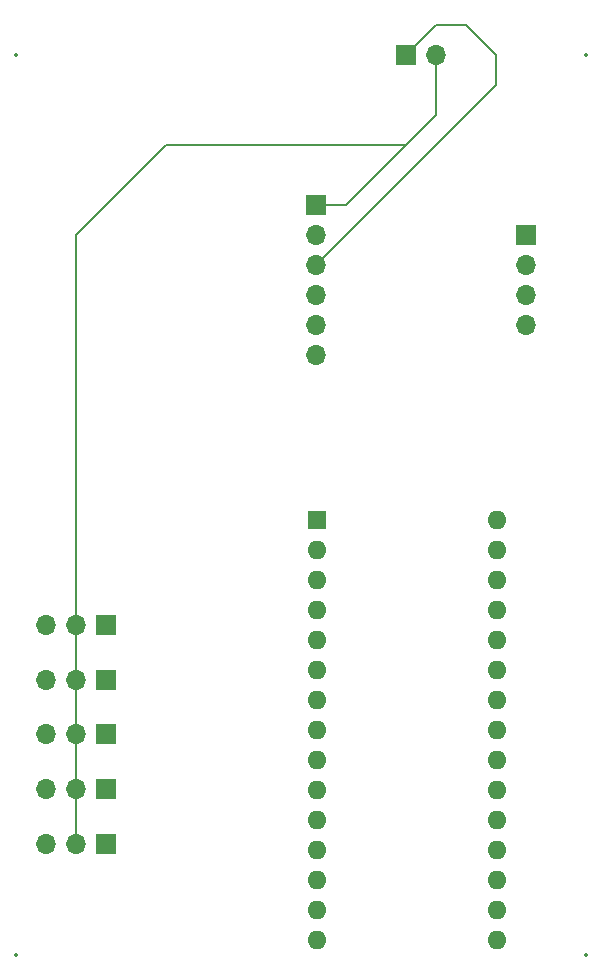
<source format=gbl>
%TF.GenerationSoftware,KiCad,Pcbnew,8.0.4-8.0.4-0~ubuntu22.04.1*%
%TF.CreationDate,2024-08-11T20:10:20+02:00*%
%TF.ProjectId,PlaneController,506c616e-6543-46f6-9e74-726f6c6c6572,rev?*%
%TF.SameCoordinates,Original*%
%TF.FileFunction,Copper,L2,Bot*%
%TF.FilePolarity,Positive*%
%FSLAX46Y46*%
G04 Gerber Fmt 4.6, Leading zero omitted, Abs format (unit mm)*
G04 Created by KiCad (PCBNEW 8.0.4-8.0.4-0~ubuntu22.04.1) date 2024-08-11 20:10:20*
%MOMM*%
%LPD*%
G01*
G04 APERTURE LIST*
%TA.AperFunction,ComponentPad*%
%ADD10R,1.600000X1.600000*%
%TD*%
%TA.AperFunction,ComponentPad*%
%ADD11O,1.600000X1.600000*%
%TD*%
%TA.AperFunction,ComponentPad*%
%ADD12R,1.700000X1.700000*%
%TD*%
%TA.AperFunction,ComponentPad*%
%ADD13O,1.700000X1.700000*%
%TD*%
%TA.AperFunction,Conductor*%
%ADD14C,0.200000*%
%TD*%
%ADD15C,0.350000*%
G04 APERTURE END LIST*
D10*
%TO.P,A1,1,TX1*%
%TO.N,unconnected-(A1-TX1-Pad1)*%
X104150000Y-72390000D03*
D11*
%TO.P,A1,2,RX1*%
%TO.N,unconnected-(A1-RX1-Pad2)*%
X104150000Y-74930000D03*
%TO.P,A1,3,~{RESET}*%
%TO.N,unconnected-(A1-~{RESET}-Pad3)*%
X104150000Y-77470000D03*
%TO.P,A1,4,GND*%
%TO.N,Net-(J1-Pin_3)*%
X104150000Y-80010000D03*
%TO.P,A1,5,D2*%
%TO.N,Net-(A1-D2)*%
X104150000Y-82550000D03*
%TO.P,A1,6,D3*%
%TO.N,Net-(A1-D3)*%
X104150000Y-85090000D03*
%TO.P,A1,7,D4*%
%TO.N,Net-(A1-D4)*%
X104150000Y-87630000D03*
%TO.P,A1,8,D5*%
%TO.N,Net-(A1-D5)*%
X104150000Y-90170000D03*
%TO.P,A1,9,D6*%
%TO.N,Net-(A1-D6)*%
X104150000Y-92710000D03*
%TO.P,A1,10,D7*%
%TO.N,unconnected-(A1-D7-Pad10)*%
X104150000Y-95250000D03*
%TO.P,A1,11,D8*%
%TO.N,unconnected-(A1-D8-Pad11)*%
X104150000Y-97790000D03*
%TO.P,A1,12,D9*%
%TO.N,unconnected-(A1-D9-Pad12)*%
X104150000Y-100330000D03*
%TO.P,A1,13,D10*%
%TO.N,unconnected-(A1-D10-Pad13)*%
X104150000Y-102870000D03*
%TO.P,A1,14,MOSI*%
%TO.N,unconnected-(A1-MOSI-Pad14)*%
X104150000Y-105410000D03*
%TO.P,A1,15,MISO*%
%TO.N,unconnected-(A1-MISO-Pad15)*%
X104150000Y-107950000D03*
%TO.P,A1,16,SCK*%
%TO.N,unconnected-(A1-SCK-Pad16)*%
X119390000Y-107950000D03*
%TO.P,A1,17,3V3*%
%TO.N,unconnected-(A1-3V3-Pad17)*%
X119390000Y-105410000D03*
%TO.P,A1,18,AREF*%
%TO.N,unconnected-(A1-AREF-Pad18)*%
X119390000Y-102870000D03*
%TO.P,A1,19,A0*%
%TO.N,unconnected-(A1-A0-Pad19)*%
X119390000Y-100330000D03*
%TO.P,A1,20,A1*%
%TO.N,unconnected-(A1-A1-Pad20)*%
X119390000Y-97790000D03*
%TO.P,A1,21,A2*%
%TO.N,unconnected-(A1-A2-Pad21)*%
X119390000Y-95250000D03*
%TO.P,A1,22,A3*%
%TO.N,unconnected-(A1-A3-Pad22)*%
X119390000Y-92710000D03*
%TO.P,A1,23,SDA/A4*%
%TO.N,Net-(A1-SDA{slash}A4)*%
X119390000Y-90170000D03*
%TO.P,A1,24,SCL/A5*%
%TO.N,Net-(A1-SCL{slash}A5)*%
X119390000Y-87630000D03*
%TO.P,A1,25,A6*%
%TO.N,unconnected-(A1-A6-Pad25)*%
X119390000Y-85090000D03*
%TO.P,A1,26,A7*%
%TO.N,unconnected-(A1-A7-Pad26)*%
X119390000Y-82550000D03*
%TO.P,A1,27,+5V*%
%TO.N,Net-(A1-+5V)*%
X119390000Y-80010000D03*
%TO.P,A1,28,~{RESET}*%
%TO.N,unconnected-(A1-~{RESET}-Pad28)*%
X119390000Y-77470000D03*
%TO.P,A1,29,GND*%
%TO.N,Net-(J1-Pin_3)*%
X119390000Y-74930000D03*
%TO.P,A1,30,VIN*%
%TO.N,unconnected-(A1-VIN-Pad30)*%
X119390000Y-72390000D03*
%TD*%
D12*
%TO.P,J2,1,Pin_1*%
%TO.N,unconnected-(J2-Pin_1-Pad1)*%
X121920000Y-48260000D03*
D13*
%TO.P,J2,2,Pin_2*%
%TO.N,unconnected-(J2-Pin_2-Pad2)*%
X121920000Y-50800000D03*
%TO.P,J2,3,Pin_3*%
%TO.N,unconnected-(J2-Pin_3-Pad3)*%
X121920000Y-53340000D03*
%TO.P,J2,4,Pin_4*%
%TO.N,unconnected-(J2-Pin_4-Pad4)*%
X121920000Y-55880000D03*
%TD*%
D12*
%TO.P,M2,1,PWM*%
%TO.N,Net-(A1-D3)*%
X86360000Y-85930000D03*
D13*
%TO.P,M2,2,+*%
%TO.N,Net-(A1-+5V)*%
X83820000Y-85930000D03*
%TO.P,M2,3,-*%
%TO.N,Net-(J1-Pin_3)*%
X81280000Y-85930000D03*
%TD*%
D12*
%TO.P,J3,1,Pin_1*%
%TO.N,Net-(J1-Pin_3)*%
X111760000Y-33020000D03*
D13*
%TO.P,J3,2,Pin_2*%
%TO.N,Net-(A1-+5V)*%
X114300000Y-33020000D03*
%TD*%
D12*
%TO.P,M3,1,PWM*%
%TO.N,Net-(A1-D4)*%
X86360000Y-90580000D03*
D13*
%TO.P,M3,2,+*%
%TO.N,Net-(A1-+5V)*%
X83820000Y-90580000D03*
%TO.P,M3,3,-*%
%TO.N,Net-(J1-Pin_3)*%
X81280000Y-90580000D03*
%TD*%
D12*
%TO.P,M5,1,PWM*%
%TO.N,Net-(A1-D6)*%
X86360000Y-99880000D03*
D13*
%TO.P,M5,2,+*%
%TO.N,Net-(A1-+5V)*%
X83820000Y-99880000D03*
%TO.P,M5,3,-*%
%TO.N,Net-(J1-Pin_3)*%
X81280000Y-99880000D03*
%TD*%
D12*
%TO.P,M4,1,PWM*%
%TO.N,Net-(A1-D5)*%
X86360000Y-95230000D03*
D13*
%TO.P,M4,2,+*%
%TO.N,Net-(A1-+5V)*%
X83820000Y-95230000D03*
%TO.P,M4,3,-*%
%TO.N,Net-(J1-Pin_3)*%
X81280000Y-95230000D03*
%TD*%
D12*
%TO.P,J1,1,Pin_1*%
%TO.N,Net-(A1-+5V)*%
X104140000Y-45720000D03*
D13*
%TO.P,J1,2,Pin_2*%
%TO.N,unconnected-(J1-Pin_2-Pad2)*%
X104140000Y-48260000D03*
%TO.P,J1,3,Pin_3*%
%TO.N,Net-(J1-Pin_3)*%
X104140000Y-50800000D03*
%TO.P,J1,4,Pin_4*%
%TO.N,Net-(A1-SDA{slash}A4)*%
X104140000Y-53340000D03*
%TO.P,J1,5,Pin_5*%
%TO.N,Net-(A1-SCL{slash}A5)*%
X104140000Y-55880000D03*
%TO.P,J1,6,Pin_6*%
%TO.N,unconnected-(J1-Pin_6-Pad6)*%
X104140000Y-58420000D03*
%TD*%
D12*
%TO.P,M1,1,PWM*%
%TO.N,Net-(A1-D2)*%
X86360000Y-81280000D03*
D13*
%TO.P,M1,2,+*%
%TO.N,Net-(A1-+5V)*%
X83820000Y-81280000D03*
%TO.P,M1,3,-*%
%TO.N,Net-(J1-Pin_3)*%
X81280000Y-81280000D03*
%TD*%
D14*
%TO.N,Net-(A1-+5V)*%
X114300000Y-38100000D02*
X114300000Y-33020000D01*
X83820000Y-81280000D02*
X83820000Y-48260000D01*
X83820000Y-48260000D02*
X91440000Y-40640000D01*
X106680000Y-45720000D02*
X104140000Y-45720000D01*
X111760000Y-40640000D02*
X106680000Y-45720000D01*
X91440000Y-40640000D02*
X111760000Y-40640000D01*
X83820000Y-81280000D02*
X83820000Y-99880000D01*
X111760000Y-40640000D02*
X114300000Y-38100000D01*
%TO.N,Net-(J1-Pin_3)*%
X104140000Y-50800000D02*
X119380000Y-35560000D01*
X119380000Y-35560000D02*
X119380000Y-33020000D01*
X114300000Y-30480000D02*
X111760000Y-33020000D01*
X119380000Y-33020000D02*
X116840000Y-30480000D01*
X116840000Y-30480000D02*
X114300000Y-30480000D01*
%TD*%
D15*
X104150000Y-72390000D03*
X104150000Y-74930000D03*
X104150000Y-77470000D03*
X104150000Y-80010000D03*
X104150000Y-82550000D03*
X104150000Y-85090000D03*
X104150000Y-87630000D03*
X104150000Y-90170000D03*
X104150000Y-92710000D03*
X104150000Y-95250000D03*
X104150000Y-97790000D03*
X104150000Y-100330000D03*
X104150000Y-102870000D03*
X104150000Y-105410000D03*
X104150000Y-107950000D03*
X119390000Y-107950000D03*
X119390000Y-105410000D03*
X119390000Y-102870000D03*
X119390000Y-100330000D03*
X119390000Y-97790000D03*
X119390000Y-95250000D03*
X119390000Y-92710000D03*
X119390000Y-90170000D03*
X119390000Y-87630000D03*
X119390000Y-85090000D03*
X119390000Y-82550000D03*
X119390000Y-80010000D03*
X119390000Y-77470000D03*
X119390000Y-74930000D03*
X119390000Y-72390000D03*
X121920000Y-48260000D03*
X121920000Y-50800000D03*
X121920000Y-53340000D03*
X121920000Y-55880000D03*
X78740000Y-33020000D03*
X78740000Y-109220000D03*
X86360000Y-85930000D03*
X83820000Y-85930000D03*
X81280000Y-85930000D03*
X111760000Y-33020000D03*
X114300000Y-33020000D03*
X86360000Y-90580000D03*
X83820000Y-90580000D03*
X81280000Y-90580000D03*
X86360000Y-99880000D03*
X83820000Y-99880000D03*
X81280000Y-99880000D03*
X86360000Y-95230000D03*
X83820000Y-95230000D03*
X81280000Y-95230000D03*
X127000000Y-33020000D03*
X127000000Y-109220000D03*
X104140000Y-45720000D03*
X104140000Y-48260000D03*
X104140000Y-50800000D03*
X104140000Y-53340000D03*
X104140000Y-55880000D03*
X104140000Y-58420000D03*
X86360000Y-81280000D03*
X83820000Y-81280000D03*
X81280000Y-81280000D03*
M02*

</source>
